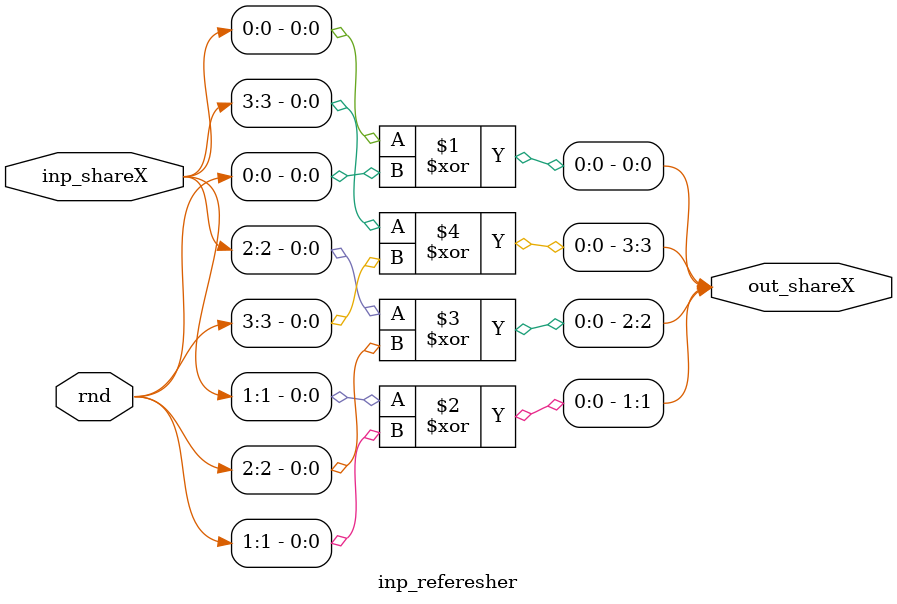
<source format=v>
module inp_referesher (inp_shareX, rnd, out_shareX);

    input [3 : 0] inp_shareX, rnd;
    output [3 : 0] out_shareX;

    assign out_shareX[0] = inp_shareX[0] ^ rnd[0];
    assign out_shareX[1] = inp_shareX[1] ^ rnd[1];
    assign out_shareX[2] = inp_shareX[2] ^ rnd[2];
    assign out_shareX[3] = inp_shareX[3] ^ rnd[3];

endmodule

</source>
